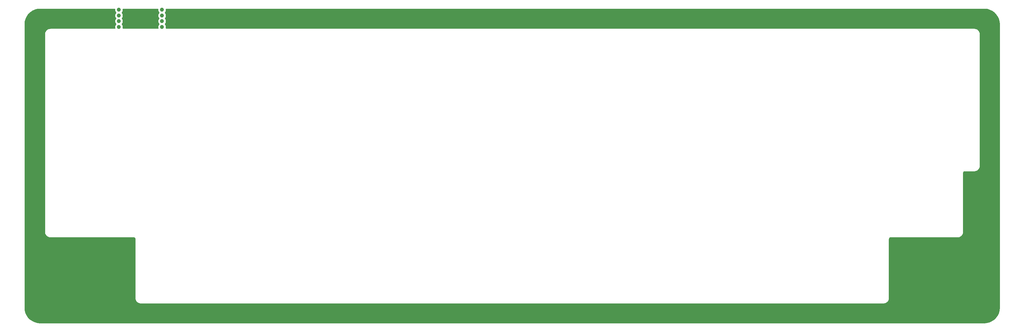
<source format=gtl>
G04 #@! TF.GenerationSoftware,KiCad,Pcbnew,(5.1.4-0-10_14)*
G04 #@! TF.CreationDate,2020-05-16T16:30:02+09:00*
G04 #@! TF.ProjectId,chavdai40-case,63686176-6461-4693-9430-2d636173652e,rev?*
G04 #@! TF.SameCoordinates,Original*
G04 #@! TF.FileFunction,Copper,L1,Top*
G04 #@! TF.FilePolarity,Positive*
%FSLAX46Y46*%
G04 Gerber Fmt 4.6, Leading zero omitted, Abs format (unit mm)*
G04 Created by KiCad (PCBNEW (5.1.4-0-10_14)) date 2020-05-16 16:30:02*
%MOMM*%
%LPD*%
G04 APERTURE LIST*
%ADD10C,1.153000*%
%ADD11C,0.254000*%
G04 APERTURE END LIST*
D10*
X52246000Y-14540000D03*
X52246000Y-12889000D03*
X52246000Y-16191000D03*
X52246000Y-17842000D03*
X39800000Y-17842000D03*
X39800000Y-16191000D03*
X39800000Y-14540000D03*
X39800000Y-12889000D03*
D11*
G36*
X290368083Y-12731173D02*
G01*
X291111891Y-12934656D01*
X291807905Y-13266638D01*
X292434130Y-13716626D01*
X292970777Y-14270403D01*
X293400871Y-14910451D01*
X293710829Y-15616553D01*
X293892065Y-16371457D01*
X293940001Y-17024220D01*
X293940000Y-98970608D01*
X293868827Y-99768083D01*
X293665344Y-100511890D01*
X293333363Y-101207904D01*
X292883374Y-101834130D01*
X292329597Y-102370777D01*
X291689549Y-102800871D01*
X290983447Y-103110829D01*
X290228543Y-103292065D01*
X289575793Y-103340000D01*
X17029392Y-103340000D01*
X16231917Y-103268827D01*
X15488110Y-103065344D01*
X14792096Y-102733363D01*
X14165870Y-102283374D01*
X13629223Y-101729597D01*
X13199129Y-101089549D01*
X12889171Y-100383447D01*
X12707935Y-99628543D01*
X12660000Y-98975793D01*
X12660000Y-17046199D01*
X12732649Y-16232184D01*
X12936062Y-15488631D01*
X13267928Y-14792859D01*
X13717763Y-14166847D01*
X14271345Y-13630391D01*
X14911177Y-13200441D01*
X15617035Y-12890593D01*
X16371676Y-12709419D01*
X17024211Y-12661500D01*
X38610041Y-12661381D01*
X38588500Y-12769678D01*
X38588500Y-13008322D01*
X38635057Y-13242382D01*
X38726383Y-13462860D01*
X38858966Y-13661286D01*
X38912180Y-13714500D01*
X38858966Y-13767714D01*
X38726383Y-13966140D01*
X38635057Y-14186618D01*
X38588500Y-14420678D01*
X38588500Y-14659322D01*
X38635057Y-14893382D01*
X38726383Y-15113860D01*
X38858966Y-15312286D01*
X38912180Y-15365500D01*
X38858966Y-15418714D01*
X38726383Y-15617140D01*
X38635057Y-15837618D01*
X38588500Y-16071678D01*
X38588500Y-16310322D01*
X38635057Y-16544382D01*
X38726383Y-16764860D01*
X38858966Y-16963286D01*
X38912180Y-17016500D01*
X38858966Y-17069714D01*
X38726383Y-17268140D01*
X38635057Y-17488618D01*
X38588500Y-17722678D01*
X38588500Y-17961322D01*
X38635057Y-18195382D01*
X38653539Y-18240000D01*
X19967581Y-18240000D01*
X19939326Y-18242783D01*
X19933199Y-18242740D01*
X19924028Y-18243640D01*
X19729931Y-18264041D01*
X19671348Y-18276066D01*
X19612577Y-18287277D01*
X19603755Y-18289941D01*
X19417317Y-18347653D01*
X19362162Y-18370838D01*
X19306709Y-18393242D01*
X19298573Y-18397568D01*
X19126896Y-18490393D01*
X19077278Y-18523861D01*
X19027247Y-18556600D01*
X19020106Y-18562424D01*
X18869728Y-18686828D01*
X18827589Y-18729263D01*
X18784839Y-18771126D01*
X18778966Y-18778227D01*
X18655616Y-18929469D01*
X18622534Y-18979262D01*
X18588716Y-19028651D01*
X18584333Y-19036757D01*
X18492708Y-19209079D01*
X18469909Y-19264394D01*
X18446348Y-19319366D01*
X18443623Y-19328169D01*
X18387214Y-19515005D01*
X18375594Y-19573693D01*
X18363158Y-19632196D01*
X18362195Y-19641361D01*
X18343150Y-19835595D01*
X18340000Y-19867582D01*
X18340001Y-77132419D01*
X18342783Y-77160664D01*
X18342740Y-77166801D01*
X18343640Y-77175972D01*
X18364041Y-77370069D01*
X18376068Y-77428658D01*
X18387277Y-77487423D01*
X18389941Y-77496245D01*
X18447653Y-77682683D01*
X18470838Y-77737838D01*
X18493242Y-77793291D01*
X18497568Y-77801427D01*
X18590393Y-77973104D01*
X18623846Y-78022699D01*
X18656600Y-78072753D01*
X18662424Y-78079894D01*
X18786828Y-78230272D01*
X18829263Y-78272411D01*
X18871126Y-78315161D01*
X18878227Y-78321034D01*
X19029469Y-78444384D01*
X19079277Y-78477477D01*
X19128651Y-78511284D01*
X19136757Y-78515667D01*
X19309080Y-78607292D01*
X19364392Y-78630090D01*
X19419366Y-78653652D01*
X19428169Y-78656377D01*
X19615006Y-78712786D01*
X19673686Y-78724405D01*
X19732196Y-78736842D01*
X19741361Y-78737805D01*
X19935594Y-78756850D01*
X19935598Y-78756850D01*
X19967581Y-78760000D01*
X44067721Y-78760000D01*
X44165424Y-78769580D01*
X44228356Y-78788580D01*
X44286405Y-78819445D01*
X44337343Y-78860989D01*
X44379248Y-78911644D01*
X44410515Y-78969471D01*
X44429956Y-79032272D01*
X44440000Y-79127835D01*
X44440001Y-96232419D01*
X44442783Y-96260664D01*
X44442740Y-96266801D01*
X44443640Y-96275972D01*
X44464041Y-96470069D01*
X44476068Y-96528658D01*
X44487277Y-96587423D01*
X44489941Y-96596245D01*
X44547653Y-96782683D01*
X44570838Y-96837838D01*
X44593242Y-96893291D01*
X44597568Y-96901427D01*
X44690393Y-97073104D01*
X44723846Y-97122699D01*
X44756600Y-97172753D01*
X44762424Y-97179894D01*
X44886828Y-97330272D01*
X44929263Y-97372411D01*
X44971126Y-97415161D01*
X44978227Y-97421034D01*
X45129469Y-97544384D01*
X45179277Y-97577477D01*
X45228651Y-97611284D01*
X45236757Y-97615667D01*
X45409080Y-97707292D01*
X45464392Y-97730090D01*
X45519366Y-97753652D01*
X45528169Y-97756377D01*
X45715006Y-97812786D01*
X45773686Y-97824405D01*
X45832196Y-97836842D01*
X45841361Y-97837805D01*
X46035594Y-97856850D01*
X46035598Y-97856850D01*
X46067581Y-97860000D01*
X260532419Y-97860000D01*
X260560674Y-97857217D01*
X260566801Y-97857260D01*
X260575972Y-97856360D01*
X260770069Y-97835959D01*
X260828658Y-97823932D01*
X260887423Y-97812723D01*
X260896245Y-97810059D01*
X261082683Y-97752347D01*
X261137838Y-97729162D01*
X261193291Y-97706758D01*
X261201427Y-97702432D01*
X261373104Y-97609607D01*
X261422699Y-97576154D01*
X261472753Y-97543400D01*
X261479894Y-97537576D01*
X261630272Y-97413172D01*
X261672411Y-97370737D01*
X261715161Y-97328874D01*
X261721034Y-97321773D01*
X261844384Y-97170531D01*
X261877477Y-97120723D01*
X261911284Y-97071349D01*
X261915667Y-97063243D01*
X262007292Y-96890920D01*
X262030090Y-96835608D01*
X262053652Y-96780634D01*
X262056377Y-96771831D01*
X262112786Y-96584994D01*
X262124405Y-96526314D01*
X262136842Y-96467804D01*
X262137805Y-96458639D01*
X262156850Y-96264406D01*
X262156850Y-96264402D01*
X262160000Y-96232419D01*
X262160000Y-79132279D01*
X262169580Y-79034576D01*
X262188580Y-78971644D01*
X262219445Y-78913595D01*
X262260989Y-78862657D01*
X262311644Y-78820752D01*
X262369471Y-78789485D01*
X262432272Y-78770044D01*
X262527835Y-78760000D01*
X281932419Y-78760000D01*
X281960674Y-78757217D01*
X281966801Y-78757260D01*
X281975972Y-78756360D01*
X282170069Y-78735959D01*
X282228658Y-78723932D01*
X282287423Y-78712723D01*
X282296245Y-78710059D01*
X282482683Y-78652347D01*
X282537838Y-78629162D01*
X282593291Y-78606758D01*
X282601427Y-78602432D01*
X282773104Y-78509607D01*
X282822699Y-78476154D01*
X282872753Y-78443400D01*
X282879894Y-78437576D01*
X283030272Y-78313172D01*
X283072411Y-78270737D01*
X283115161Y-78228874D01*
X283121034Y-78221773D01*
X283244384Y-78070531D01*
X283277477Y-78020723D01*
X283311284Y-77971349D01*
X283315667Y-77963243D01*
X283407292Y-77790920D01*
X283430090Y-77735608D01*
X283453652Y-77680634D01*
X283456377Y-77671831D01*
X283512786Y-77484994D01*
X283524405Y-77426314D01*
X283536842Y-77367804D01*
X283537805Y-77358639D01*
X283556850Y-77164406D01*
X283556850Y-77164402D01*
X283560000Y-77132419D01*
X283560000Y-60032279D01*
X283569580Y-59934576D01*
X283588580Y-59871644D01*
X283619445Y-59813595D01*
X283660989Y-59762657D01*
X283711644Y-59720752D01*
X283769471Y-59689485D01*
X283832272Y-59670044D01*
X283927835Y-59660000D01*
X286732419Y-59660000D01*
X286760674Y-59657217D01*
X286766801Y-59657260D01*
X286775972Y-59656360D01*
X286970069Y-59635959D01*
X287028658Y-59623932D01*
X287087423Y-59612723D01*
X287096245Y-59610059D01*
X287282683Y-59552347D01*
X287337838Y-59529162D01*
X287393291Y-59506758D01*
X287401427Y-59502432D01*
X287573104Y-59409607D01*
X287622699Y-59376154D01*
X287672753Y-59343400D01*
X287679894Y-59337576D01*
X287830272Y-59213172D01*
X287872411Y-59170737D01*
X287915161Y-59128874D01*
X287921034Y-59121773D01*
X288044384Y-58970531D01*
X288077477Y-58920723D01*
X288111284Y-58871349D01*
X288115667Y-58863243D01*
X288207292Y-58690920D01*
X288230090Y-58635608D01*
X288253652Y-58580634D01*
X288256377Y-58571831D01*
X288312786Y-58384994D01*
X288324405Y-58326314D01*
X288336842Y-58267804D01*
X288337805Y-58258639D01*
X288356850Y-58064406D01*
X288356850Y-58064402D01*
X288360000Y-58032419D01*
X288360000Y-19867581D01*
X288357217Y-19839326D01*
X288357260Y-19833199D01*
X288356360Y-19824028D01*
X288335959Y-19629931D01*
X288323934Y-19571348D01*
X288312723Y-19512577D01*
X288310059Y-19503755D01*
X288252347Y-19317317D01*
X288229162Y-19262162D01*
X288206758Y-19206709D01*
X288202432Y-19198573D01*
X288109607Y-19026896D01*
X288076139Y-18977278D01*
X288043400Y-18927247D01*
X288037576Y-18920106D01*
X287913172Y-18769728D01*
X287870737Y-18727589D01*
X287828874Y-18684839D01*
X287821773Y-18678966D01*
X287670531Y-18555616D01*
X287620738Y-18522534D01*
X287571349Y-18488716D01*
X287563243Y-18484333D01*
X287390921Y-18392708D01*
X287335606Y-18369909D01*
X287280634Y-18346348D01*
X287271831Y-18343623D01*
X287084995Y-18287214D01*
X287026307Y-18275594D01*
X286967804Y-18263158D01*
X286958639Y-18262195D01*
X286764405Y-18243150D01*
X286764402Y-18243150D01*
X286732419Y-18240000D01*
X53392461Y-18240000D01*
X53410943Y-18195382D01*
X53457500Y-17961322D01*
X53457500Y-17722678D01*
X53410943Y-17488618D01*
X53319617Y-17268140D01*
X53187034Y-17069714D01*
X53133820Y-17016500D01*
X53187034Y-16963286D01*
X53319617Y-16764860D01*
X53410943Y-16544382D01*
X53457500Y-16310322D01*
X53457500Y-16071678D01*
X53410943Y-15837618D01*
X53319617Y-15617140D01*
X53187034Y-15418714D01*
X53133820Y-15365500D01*
X53187034Y-15312286D01*
X53319617Y-15113860D01*
X53410943Y-14893382D01*
X53457500Y-14659322D01*
X53457500Y-14420678D01*
X53410943Y-14186618D01*
X53319617Y-13966140D01*
X53187034Y-13767714D01*
X53133820Y-13714500D01*
X53187034Y-13661286D01*
X53319617Y-13462860D01*
X53410943Y-13242382D01*
X53457500Y-13008322D01*
X53457500Y-12769678D01*
X53435942Y-12661299D01*
X289570601Y-12659999D01*
X290368083Y-12731173D01*
X290368083Y-12731173D01*
G37*
X290368083Y-12731173D02*
X291111891Y-12934656D01*
X291807905Y-13266638D01*
X292434130Y-13716626D01*
X292970777Y-14270403D01*
X293400871Y-14910451D01*
X293710829Y-15616553D01*
X293892065Y-16371457D01*
X293940001Y-17024220D01*
X293940000Y-98970608D01*
X293868827Y-99768083D01*
X293665344Y-100511890D01*
X293333363Y-101207904D01*
X292883374Y-101834130D01*
X292329597Y-102370777D01*
X291689549Y-102800871D01*
X290983447Y-103110829D01*
X290228543Y-103292065D01*
X289575793Y-103340000D01*
X17029392Y-103340000D01*
X16231917Y-103268827D01*
X15488110Y-103065344D01*
X14792096Y-102733363D01*
X14165870Y-102283374D01*
X13629223Y-101729597D01*
X13199129Y-101089549D01*
X12889171Y-100383447D01*
X12707935Y-99628543D01*
X12660000Y-98975793D01*
X12660000Y-17046199D01*
X12732649Y-16232184D01*
X12936062Y-15488631D01*
X13267928Y-14792859D01*
X13717763Y-14166847D01*
X14271345Y-13630391D01*
X14911177Y-13200441D01*
X15617035Y-12890593D01*
X16371676Y-12709419D01*
X17024211Y-12661500D01*
X38610041Y-12661381D01*
X38588500Y-12769678D01*
X38588500Y-13008322D01*
X38635057Y-13242382D01*
X38726383Y-13462860D01*
X38858966Y-13661286D01*
X38912180Y-13714500D01*
X38858966Y-13767714D01*
X38726383Y-13966140D01*
X38635057Y-14186618D01*
X38588500Y-14420678D01*
X38588500Y-14659322D01*
X38635057Y-14893382D01*
X38726383Y-15113860D01*
X38858966Y-15312286D01*
X38912180Y-15365500D01*
X38858966Y-15418714D01*
X38726383Y-15617140D01*
X38635057Y-15837618D01*
X38588500Y-16071678D01*
X38588500Y-16310322D01*
X38635057Y-16544382D01*
X38726383Y-16764860D01*
X38858966Y-16963286D01*
X38912180Y-17016500D01*
X38858966Y-17069714D01*
X38726383Y-17268140D01*
X38635057Y-17488618D01*
X38588500Y-17722678D01*
X38588500Y-17961322D01*
X38635057Y-18195382D01*
X38653539Y-18240000D01*
X19967581Y-18240000D01*
X19939326Y-18242783D01*
X19933199Y-18242740D01*
X19924028Y-18243640D01*
X19729931Y-18264041D01*
X19671348Y-18276066D01*
X19612577Y-18287277D01*
X19603755Y-18289941D01*
X19417317Y-18347653D01*
X19362162Y-18370838D01*
X19306709Y-18393242D01*
X19298573Y-18397568D01*
X19126896Y-18490393D01*
X19077278Y-18523861D01*
X19027247Y-18556600D01*
X19020106Y-18562424D01*
X18869728Y-18686828D01*
X18827589Y-18729263D01*
X18784839Y-18771126D01*
X18778966Y-18778227D01*
X18655616Y-18929469D01*
X18622534Y-18979262D01*
X18588716Y-19028651D01*
X18584333Y-19036757D01*
X18492708Y-19209079D01*
X18469909Y-19264394D01*
X18446348Y-19319366D01*
X18443623Y-19328169D01*
X18387214Y-19515005D01*
X18375594Y-19573693D01*
X18363158Y-19632196D01*
X18362195Y-19641361D01*
X18343150Y-19835595D01*
X18340000Y-19867582D01*
X18340001Y-77132419D01*
X18342783Y-77160664D01*
X18342740Y-77166801D01*
X18343640Y-77175972D01*
X18364041Y-77370069D01*
X18376068Y-77428658D01*
X18387277Y-77487423D01*
X18389941Y-77496245D01*
X18447653Y-77682683D01*
X18470838Y-77737838D01*
X18493242Y-77793291D01*
X18497568Y-77801427D01*
X18590393Y-77973104D01*
X18623846Y-78022699D01*
X18656600Y-78072753D01*
X18662424Y-78079894D01*
X18786828Y-78230272D01*
X18829263Y-78272411D01*
X18871126Y-78315161D01*
X18878227Y-78321034D01*
X19029469Y-78444384D01*
X19079277Y-78477477D01*
X19128651Y-78511284D01*
X19136757Y-78515667D01*
X19309080Y-78607292D01*
X19364392Y-78630090D01*
X19419366Y-78653652D01*
X19428169Y-78656377D01*
X19615006Y-78712786D01*
X19673686Y-78724405D01*
X19732196Y-78736842D01*
X19741361Y-78737805D01*
X19935594Y-78756850D01*
X19935598Y-78756850D01*
X19967581Y-78760000D01*
X44067721Y-78760000D01*
X44165424Y-78769580D01*
X44228356Y-78788580D01*
X44286405Y-78819445D01*
X44337343Y-78860989D01*
X44379248Y-78911644D01*
X44410515Y-78969471D01*
X44429956Y-79032272D01*
X44440000Y-79127835D01*
X44440001Y-96232419D01*
X44442783Y-96260664D01*
X44442740Y-96266801D01*
X44443640Y-96275972D01*
X44464041Y-96470069D01*
X44476068Y-96528658D01*
X44487277Y-96587423D01*
X44489941Y-96596245D01*
X44547653Y-96782683D01*
X44570838Y-96837838D01*
X44593242Y-96893291D01*
X44597568Y-96901427D01*
X44690393Y-97073104D01*
X44723846Y-97122699D01*
X44756600Y-97172753D01*
X44762424Y-97179894D01*
X44886828Y-97330272D01*
X44929263Y-97372411D01*
X44971126Y-97415161D01*
X44978227Y-97421034D01*
X45129469Y-97544384D01*
X45179277Y-97577477D01*
X45228651Y-97611284D01*
X45236757Y-97615667D01*
X45409080Y-97707292D01*
X45464392Y-97730090D01*
X45519366Y-97753652D01*
X45528169Y-97756377D01*
X45715006Y-97812786D01*
X45773686Y-97824405D01*
X45832196Y-97836842D01*
X45841361Y-97837805D01*
X46035594Y-97856850D01*
X46035598Y-97856850D01*
X46067581Y-97860000D01*
X260532419Y-97860000D01*
X260560674Y-97857217D01*
X260566801Y-97857260D01*
X260575972Y-97856360D01*
X260770069Y-97835959D01*
X260828658Y-97823932D01*
X260887423Y-97812723D01*
X260896245Y-97810059D01*
X261082683Y-97752347D01*
X261137838Y-97729162D01*
X261193291Y-97706758D01*
X261201427Y-97702432D01*
X261373104Y-97609607D01*
X261422699Y-97576154D01*
X261472753Y-97543400D01*
X261479894Y-97537576D01*
X261630272Y-97413172D01*
X261672411Y-97370737D01*
X261715161Y-97328874D01*
X261721034Y-97321773D01*
X261844384Y-97170531D01*
X261877477Y-97120723D01*
X261911284Y-97071349D01*
X261915667Y-97063243D01*
X262007292Y-96890920D01*
X262030090Y-96835608D01*
X262053652Y-96780634D01*
X262056377Y-96771831D01*
X262112786Y-96584994D01*
X262124405Y-96526314D01*
X262136842Y-96467804D01*
X262137805Y-96458639D01*
X262156850Y-96264406D01*
X262156850Y-96264402D01*
X262160000Y-96232419D01*
X262160000Y-79132279D01*
X262169580Y-79034576D01*
X262188580Y-78971644D01*
X262219445Y-78913595D01*
X262260989Y-78862657D01*
X262311644Y-78820752D01*
X262369471Y-78789485D01*
X262432272Y-78770044D01*
X262527835Y-78760000D01*
X281932419Y-78760000D01*
X281960674Y-78757217D01*
X281966801Y-78757260D01*
X281975972Y-78756360D01*
X282170069Y-78735959D01*
X282228658Y-78723932D01*
X282287423Y-78712723D01*
X282296245Y-78710059D01*
X282482683Y-78652347D01*
X282537838Y-78629162D01*
X282593291Y-78606758D01*
X282601427Y-78602432D01*
X282773104Y-78509607D01*
X282822699Y-78476154D01*
X282872753Y-78443400D01*
X282879894Y-78437576D01*
X283030272Y-78313172D01*
X283072411Y-78270737D01*
X283115161Y-78228874D01*
X283121034Y-78221773D01*
X283244384Y-78070531D01*
X283277477Y-78020723D01*
X283311284Y-77971349D01*
X283315667Y-77963243D01*
X283407292Y-77790920D01*
X283430090Y-77735608D01*
X283453652Y-77680634D01*
X283456377Y-77671831D01*
X283512786Y-77484994D01*
X283524405Y-77426314D01*
X283536842Y-77367804D01*
X283537805Y-77358639D01*
X283556850Y-77164406D01*
X283556850Y-77164402D01*
X283560000Y-77132419D01*
X283560000Y-60032279D01*
X283569580Y-59934576D01*
X283588580Y-59871644D01*
X283619445Y-59813595D01*
X283660989Y-59762657D01*
X283711644Y-59720752D01*
X283769471Y-59689485D01*
X283832272Y-59670044D01*
X283927835Y-59660000D01*
X286732419Y-59660000D01*
X286760674Y-59657217D01*
X286766801Y-59657260D01*
X286775972Y-59656360D01*
X286970069Y-59635959D01*
X287028658Y-59623932D01*
X287087423Y-59612723D01*
X287096245Y-59610059D01*
X287282683Y-59552347D01*
X287337838Y-59529162D01*
X287393291Y-59506758D01*
X287401427Y-59502432D01*
X287573104Y-59409607D01*
X287622699Y-59376154D01*
X287672753Y-59343400D01*
X287679894Y-59337576D01*
X287830272Y-59213172D01*
X287872411Y-59170737D01*
X287915161Y-59128874D01*
X287921034Y-59121773D01*
X288044384Y-58970531D01*
X288077477Y-58920723D01*
X288111284Y-58871349D01*
X288115667Y-58863243D01*
X288207292Y-58690920D01*
X288230090Y-58635608D01*
X288253652Y-58580634D01*
X288256377Y-58571831D01*
X288312786Y-58384994D01*
X288324405Y-58326314D01*
X288336842Y-58267804D01*
X288337805Y-58258639D01*
X288356850Y-58064406D01*
X288356850Y-58064402D01*
X288360000Y-58032419D01*
X288360000Y-19867581D01*
X288357217Y-19839326D01*
X288357260Y-19833199D01*
X288356360Y-19824028D01*
X288335959Y-19629931D01*
X288323934Y-19571348D01*
X288312723Y-19512577D01*
X288310059Y-19503755D01*
X288252347Y-19317317D01*
X288229162Y-19262162D01*
X288206758Y-19206709D01*
X288202432Y-19198573D01*
X288109607Y-19026896D01*
X288076139Y-18977278D01*
X288043400Y-18927247D01*
X288037576Y-18920106D01*
X287913172Y-18769728D01*
X287870737Y-18727589D01*
X287828874Y-18684839D01*
X287821773Y-18678966D01*
X287670531Y-18555616D01*
X287620738Y-18522534D01*
X287571349Y-18488716D01*
X287563243Y-18484333D01*
X287390921Y-18392708D01*
X287335606Y-18369909D01*
X287280634Y-18346348D01*
X287271831Y-18343623D01*
X287084995Y-18287214D01*
X287026307Y-18275594D01*
X286967804Y-18263158D01*
X286958639Y-18262195D01*
X286764405Y-18243150D01*
X286764402Y-18243150D01*
X286732419Y-18240000D01*
X53392461Y-18240000D01*
X53410943Y-18195382D01*
X53457500Y-17961322D01*
X53457500Y-17722678D01*
X53410943Y-17488618D01*
X53319617Y-17268140D01*
X53187034Y-17069714D01*
X53133820Y-17016500D01*
X53187034Y-16963286D01*
X53319617Y-16764860D01*
X53410943Y-16544382D01*
X53457500Y-16310322D01*
X53457500Y-16071678D01*
X53410943Y-15837618D01*
X53319617Y-15617140D01*
X53187034Y-15418714D01*
X53133820Y-15365500D01*
X53187034Y-15312286D01*
X53319617Y-15113860D01*
X53410943Y-14893382D01*
X53457500Y-14659322D01*
X53457500Y-14420678D01*
X53410943Y-14186618D01*
X53319617Y-13966140D01*
X53187034Y-13767714D01*
X53133820Y-13714500D01*
X53187034Y-13661286D01*
X53319617Y-13462860D01*
X53410943Y-13242382D01*
X53457500Y-13008322D01*
X53457500Y-12769678D01*
X53435942Y-12661299D01*
X289570601Y-12659999D01*
X290368083Y-12731173D01*
G36*
X51034500Y-12769678D02*
G01*
X51034500Y-13008322D01*
X51081057Y-13242382D01*
X51172383Y-13462860D01*
X51304966Y-13661286D01*
X51358180Y-13714500D01*
X51304966Y-13767714D01*
X51172383Y-13966140D01*
X51081057Y-14186618D01*
X51034500Y-14420678D01*
X51034500Y-14659322D01*
X51081057Y-14893382D01*
X51172383Y-15113860D01*
X51304966Y-15312286D01*
X51358180Y-15365500D01*
X51304966Y-15418714D01*
X51172383Y-15617140D01*
X51081057Y-15837618D01*
X51034500Y-16071678D01*
X51034500Y-16310322D01*
X51081057Y-16544382D01*
X51172383Y-16764860D01*
X51304966Y-16963286D01*
X51358180Y-17016500D01*
X51304966Y-17069714D01*
X51172383Y-17268140D01*
X51081057Y-17488618D01*
X51034500Y-17722678D01*
X51034500Y-17961322D01*
X51081057Y-18195382D01*
X51099539Y-18240000D01*
X40946461Y-18240000D01*
X40964943Y-18195382D01*
X41011500Y-17961322D01*
X41011500Y-17722678D01*
X40964943Y-17488618D01*
X40873617Y-17268140D01*
X40741034Y-17069714D01*
X40687820Y-17016500D01*
X40741034Y-16963286D01*
X40873617Y-16764860D01*
X40964943Y-16544382D01*
X41011500Y-16310322D01*
X41011500Y-16071678D01*
X40964943Y-15837618D01*
X40873617Y-15617140D01*
X40741034Y-15418714D01*
X40687820Y-15365500D01*
X40741034Y-15312286D01*
X40873617Y-15113860D01*
X40964943Y-14893382D01*
X41011500Y-14659322D01*
X41011500Y-14420678D01*
X40964943Y-14186618D01*
X40873617Y-13966140D01*
X40741034Y-13767714D01*
X40687820Y-13714500D01*
X40741034Y-13661286D01*
X40873617Y-13462860D01*
X40964943Y-13242382D01*
X41011500Y-13008322D01*
X41011500Y-12769678D01*
X40989956Y-12661368D01*
X51056055Y-12661312D01*
X51034500Y-12769678D01*
X51034500Y-12769678D01*
G37*
X51034500Y-12769678D02*
X51034500Y-13008322D01*
X51081057Y-13242382D01*
X51172383Y-13462860D01*
X51304966Y-13661286D01*
X51358180Y-13714500D01*
X51304966Y-13767714D01*
X51172383Y-13966140D01*
X51081057Y-14186618D01*
X51034500Y-14420678D01*
X51034500Y-14659322D01*
X51081057Y-14893382D01*
X51172383Y-15113860D01*
X51304966Y-15312286D01*
X51358180Y-15365500D01*
X51304966Y-15418714D01*
X51172383Y-15617140D01*
X51081057Y-15837618D01*
X51034500Y-16071678D01*
X51034500Y-16310322D01*
X51081057Y-16544382D01*
X51172383Y-16764860D01*
X51304966Y-16963286D01*
X51358180Y-17016500D01*
X51304966Y-17069714D01*
X51172383Y-17268140D01*
X51081057Y-17488618D01*
X51034500Y-17722678D01*
X51034500Y-17961322D01*
X51081057Y-18195382D01*
X51099539Y-18240000D01*
X40946461Y-18240000D01*
X40964943Y-18195382D01*
X41011500Y-17961322D01*
X41011500Y-17722678D01*
X40964943Y-17488618D01*
X40873617Y-17268140D01*
X40741034Y-17069714D01*
X40687820Y-17016500D01*
X40741034Y-16963286D01*
X40873617Y-16764860D01*
X40964943Y-16544382D01*
X41011500Y-16310322D01*
X41011500Y-16071678D01*
X40964943Y-15837618D01*
X40873617Y-15617140D01*
X40741034Y-15418714D01*
X40687820Y-15365500D01*
X40741034Y-15312286D01*
X40873617Y-15113860D01*
X40964943Y-14893382D01*
X41011500Y-14659322D01*
X41011500Y-14420678D01*
X40964943Y-14186618D01*
X40873617Y-13966140D01*
X40741034Y-13767714D01*
X40687820Y-13714500D01*
X40741034Y-13661286D01*
X40873617Y-13462860D01*
X40964943Y-13242382D01*
X41011500Y-13008322D01*
X41011500Y-12769678D01*
X40989956Y-12661368D01*
X51056055Y-12661312D01*
X51034500Y-12769678D01*
M02*

</source>
